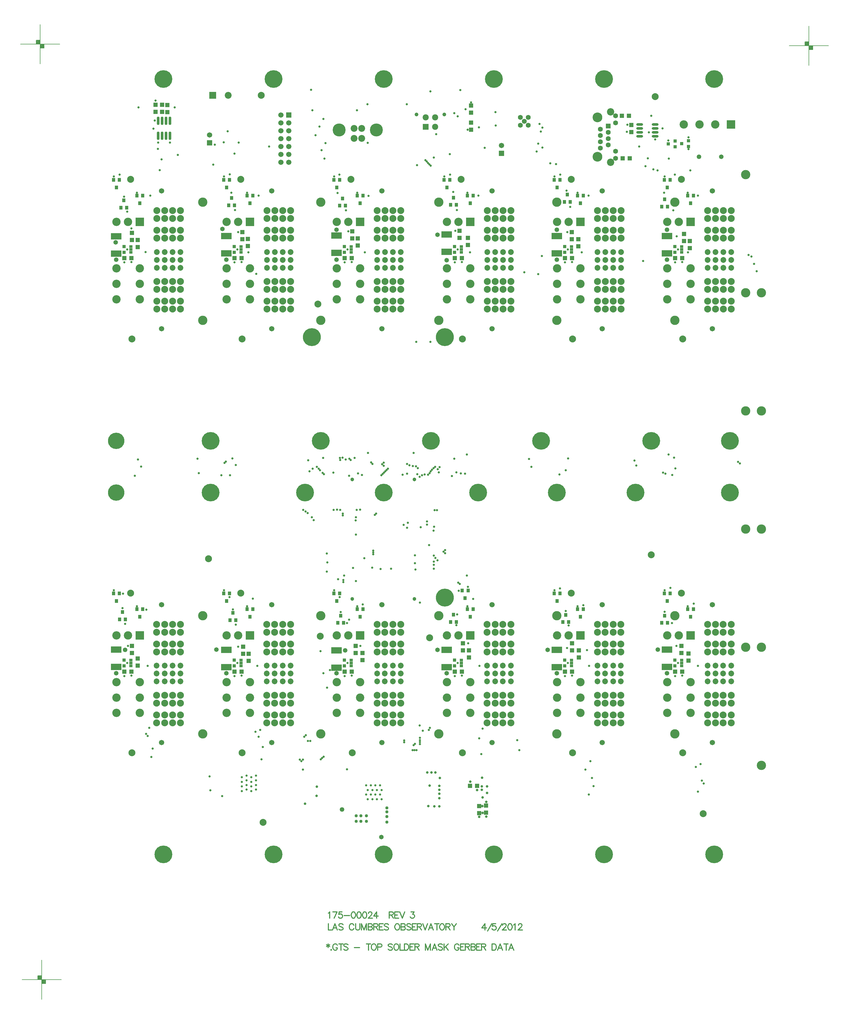
<source format=gts>
%FSLAX23Y23*%
%MOIN*%
G70*
G01*
G75*
G04 Layer_Color=8388736*
%ADD10R,0.035X0.037*%
%ADD11R,0.035X0.037*%
%ADD12O,0.079X0.024*%
%ADD13R,0.036X0.028*%
%ADD14R,0.036X0.036*%
%ADD15R,0.050X0.050*%
%ADD16O,0.028X0.098*%
%ADD17R,0.126X0.071*%
%ADD18R,0.050X0.050*%
%ADD19C,0.010*%
%ADD20C,0.050*%
%ADD21C,0.008*%
%ADD22C,0.005*%
%ADD23C,0.012*%
%ADD24C,0.006*%
%ADD25C,0.012*%
%ADD26C,0.012*%
%ADD27C,0.020*%
%ADD28R,0.079X0.079*%
%ADD29C,0.079*%
%ADD30C,0.157*%
%ADD31C,0.039*%
%ADD32C,0.220*%
%ADD33C,0.085*%
%ADD34C,0.055*%
%ADD35C,0.116*%
%ADD36R,0.055X0.055*%
%ADD37R,0.098X0.098*%
%ADD38C,0.098*%
%ADD39C,0.059*%
%ADD40C,0.080*%
%ADD41C,0.065*%
%ADD42C,0.055*%
%ADD43R,0.098X0.098*%
%ADD44R,0.059X0.059*%
%ADD45R,0.070X0.070*%
%ADD46C,0.070*%
%ADD47C,0.040*%
%ADD48C,0.110*%
%ADD49C,0.217*%
%ADD50C,0.200*%
%ADD51C,0.026*%
%ADD52C,0.050*%
%ADD53C,0.024*%
%ADD54C,0.032*%
%ADD55C,0.025*%
%ADD56C,0.040*%
%ADD57C,0.087*%
%ADD58C,0.076*%
%ADD59C,0.131*%
%ADD60C,0.080*%
%ADD61C,0.206*%
%ADD62C,0.102*%
%ADD63C,0.075*%
%ADD64C,0.168*%
%ADD65C,0.091*%
%ADD66C,0.138*%
%ADD67C,0.092*%
G04:AMPARAMS|DCode=68|XSize=100mil|YSize=100mil|CornerRadius=0mil|HoleSize=0mil|Usage=FLASHONLY|Rotation=0.000|XOffset=0mil|YOffset=0mil|HoleType=Round|Shape=Relief|Width=10mil|Gap=10mil|Entries=4|*
%AMTHD68*
7,0,0,0.100,0.080,0.010,45*
%
%ADD68THD68*%
%ADD69C,0.073*%
%ADD70C,0.099*%
%ADD71C,0.075*%
%ADD72C,0.168*%
G04:AMPARAMS|DCode=73|XSize=70mil|YSize=70mil|CornerRadius=0mil|HoleSize=0mil|Usage=FLASHONLY|Rotation=0.000|XOffset=0mil|YOffset=0mil|HoleType=Round|Shape=Relief|Width=10mil|Gap=10mil|Entries=4|*
%AMTHD73*
7,0,0,0.070,0.050,0.010,45*
%
%ADD73THD73*%
%ADD74C,0.053*%
%ADD75C,0.068*%
%ADD76C,0.060*%
G04:AMPARAMS|DCode=77|XSize=107.244mil|YSize=107.244mil|CornerRadius=0mil|HoleSize=0mil|Usage=FLASHONLY|Rotation=0.000|XOffset=0mil|YOffset=0mil|HoleType=Round|Shape=Relief|Width=30mil|Gap=10mil|Entries=4|*
%AMTHD77*
7,0,0,0.107,0.087,0.030,45*
%
%ADD77THD77*%
G04:AMPARAMS|DCode=78|XSize=111.181mil|YSize=111.181mil|CornerRadius=0mil|HoleSize=0mil|Usage=FLASHONLY|Rotation=0.000|XOffset=0mil|YOffset=0mil|HoleType=Round|Shape=Relief|Width=30mil|Gap=10mil|Entries=4|*
%AMTHD78*
7,0,0,0.111,0.091,0.030,45*
%
%ADD78THD78*%
G04:AMPARAMS|DCode=79|XSize=112mil|YSize=112mil|CornerRadius=0mil|HoleSize=0mil|Usage=FLASHONLY|Rotation=0.000|XOffset=0mil|YOffset=0mil|HoleType=Round|Shape=Relief|Width=30mil|Gap=10mil|Entries=4|*
%AMTHD79*
7,0,0,0.112,0.092,0.030,45*
%
%ADD79THD79*%
G04:AMPARAMS|DCode=80|XSize=119.055mil|YSize=119.055mil|CornerRadius=0mil|HoleSize=0mil|Usage=FLASHONLY|Rotation=0.000|XOffset=0mil|YOffset=0mil|HoleType=Round|Shape=Relief|Width=30mil|Gap=10mil|Entries=4|*
%AMTHD80*
7,0,0,0.119,0.099,0.030,45*
%
%ADD80THD80*%
G04:AMPARAMS|DCode=81|XSize=100mil|YSize=100mil|CornerRadius=0mil|HoleSize=0mil|Usage=FLASHONLY|Rotation=0.000|XOffset=0mil|YOffset=0mil|HoleType=Round|Shape=Relief|Width=30mil|Gap=10mil|Entries=4|*
%AMTHD81*
7,0,0,0.100,0.080,0.030,45*
%
%ADD81THD81*%
G04:AMPARAMS|DCode=82|XSize=130mil|YSize=130mil|CornerRadius=0mil|HoleSize=0mil|Usage=FLASHONLY|Rotation=0.000|XOffset=0mil|YOffset=0mil|HoleType=Round|Shape=Relief|Width=30mil|Gap=10mil|Entries=4|*
%AMTHD82*
7,0,0,0.130,0.110,0.030,45*
%
%ADD82THD82*%
G04:AMPARAMS|DCode=83|XSize=88mil|YSize=88mil|CornerRadius=0mil|HoleSize=0mil|Usage=FLASHONLY|Rotation=0.000|XOffset=0mil|YOffset=0mil|HoleType=Round|Shape=Relief|Width=30mil|Gap=10mil|Entries=4|*
%AMTHD83*
7,0,0,0.088,0.068,0.030,45*
%
%ADD83THD83*%
G04:AMPARAMS|DCode=84|XSize=70mil|YSize=70mil|CornerRadius=0mil|HoleSize=0mil|Usage=FLASHONLY|Rotation=0.000|XOffset=0mil|YOffset=0mil|HoleType=Round|Shape=Relief|Width=30mil|Gap=10mil|Entries=4|*
%AMTHD84*
7,0,0,0.070,0.050,0.030,45*
%
%ADD84THD84*%
G04:AMPARAMS|DCode=85|XSize=80mil|YSize=80mil|CornerRadius=0mil|HoleSize=0mil|Usage=FLASHONLY|Rotation=0.000|XOffset=0mil|YOffset=0mil|HoleType=Round|Shape=Relief|Width=30mil|Gap=10mil|Entries=4|*
%AMTHD85*
7,0,0,0.080,0.060,0.030,45*
%
%ADD85THD85*%
G04:AMPARAMS|DCode=86|XSize=80mil|YSize=80mil|CornerRadius=0mil|HoleSize=0mil|Usage=FLASHONLY|Rotation=0.000|XOffset=0mil|YOffset=0mil|HoleType=Round|Shape=Relief|Width=10mil|Gap=10mil|Entries=4|*
%AMTHD86*
7,0,0,0.080,0.060,0.010,45*
%
%ADD86THD86*%
G04:AMPARAMS|DCode=87|XSize=96.221mil|YSize=96.221mil|CornerRadius=0mil|HoleSize=0mil|Usage=FLASHONLY|Rotation=0.000|XOffset=0mil|YOffset=0mil|HoleType=Round|Shape=Relief|Width=10mil|Gap=10mil|Entries=4|*
%AMTHD87*
7,0,0,0.096,0.076,0.010,45*
%
%ADD87THD87*%
G04:AMPARAMS|DCode=88|XSize=150.551mil|YSize=150.551mil|CornerRadius=0mil|HoleSize=0mil|Usage=FLASHONLY|Rotation=0.000|XOffset=0mil|YOffset=0mil|HoleType=Round|Shape=Relief|Width=10mil|Gap=10mil|Entries=4|*
%AMTHD88*
7,0,0,0.151,0.131,0.010,45*
%
%ADD88THD88*%
G04:AMPARAMS|DCode=89|XSize=122mil|YSize=122mil|CornerRadius=0mil|HoleSize=0mil|Usage=FLASHONLY|Rotation=0.000|XOffset=0mil|YOffset=0mil|HoleType=Round|Shape=Relief|Width=10mil|Gap=10mil|Entries=4|*
%AMTHD89*
7,0,0,0.122,0.102,0.010,45*
%
%ADD89THD89*%
G04:AMPARAMS|DCode=90|XSize=95mil|YSize=95mil|CornerRadius=0mil|HoleSize=0mil|Usage=FLASHONLY|Rotation=0.000|XOffset=0mil|YOffset=0mil|HoleType=Round|Shape=Relief|Width=10mil|Gap=10mil|Entries=4|*
%AMTHD90*
7,0,0,0.095,0.075,0.010,45*
%
%ADD90THD90*%
G04:AMPARAMS|DCode=91|XSize=112mil|YSize=112mil|CornerRadius=0mil|HoleSize=0mil|Usage=FLASHONLY|Rotation=0.000|XOffset=0mil|YOffset=0mil|HoleType=Round|Shape=Relief|Width=10mil|Gap=10mil|Entries=4|*
%AMTHD91*
7,0,0,0.112,0.092,0.010,45*
%
%ADD91THD91*%
G04:AMPARAMS|DCode=92|XSize=93.465mil|YSize=93.465mil|CornerRadius=0mil|HoleSize=0mil|Usage=FLASHONLY|Rotation=0.000|XOffset=0mil|YOffset=0mil|HoleType=Round|Shape=Relief|Width=10mil|Gap=10mil|Entries=4|*
%AMTHD92*
7,0,0,0.093,0.073,0.010,45*
%
%ADD92THD92*%
G04:AMPARAMS|DCode=93|XSize=95.433mil|YSize=95.433mil|CornerRadius=0mil|HoleSize=0mil|Usage=FLASHONLY|Rotation=0.000|XOffset=0mil|YOffset=0mil|HoleType=Round|Shape=Relief|Width=10mil|Gap=10mil|Entries=4|*
%AMTHD93*
7,0,0,0.095,0.075,0.010,45*
%
%ADD93THD93*%
G04:AMPARAMS|DCode=94|XSize=72.992mil|YSize=72.992mil|CornerRadius=0mil|HoleSize=0mil|Usage=FLASHONLY|Rotation=0.000|XOffset=0mil|YOffset=0mil|HoleType=Round|Shape=Relief|Width=10mil|Gap=10mil|Entries=4|*
%AMTHD94*
7,0,0,0.073,0.053,0.010,45*
%
%ADD94THD94*%
G04:AMPARAMS|DCode=95|XSize=88mil|YSize=88mil|CornerRadius=0mil|HoleSize=0mil|Usage=FLASHONLY|Rotation=0.000|XOffset=0mil|YOffset=0mil|HoleType=Round|Shape=Relief|Width=10mil|Gap=10mil|Entries=4|*
%AMTHD95*
7,0,0,0.088,0.068,0.010,45*
%
%ADD95THD95*%
G04:AMPARAMS|DCode=96|XSize=85mil|YSize=85mil|CornerRadius=0mil|HoleSize=0mil|Usage=FLASHONLY|Rotation=0.000|XOffset=0mil|YOffset=0mil|HoleType=Round|Shape=Relief|Width=10mil|Gap=10mil|Entries=4|*
%AMTHD96*
7,0,0,0.085,0.065,0.010,45*
%
%ADD96THD96*%
%ADD97R,0.037X0.075*%
%ADD98R,0.268X0.272*%
%ADD99R,0.272X0.268*%
%ADD100R,0.075X0.037*%
%ADD101R,0.025X0.100*%
%ADD102R,0.057X0.012*%
%ADD103R,0.025X0.185*%
%ADD104R,0.020X0.020*%
%ADD105R,0.016X0.020*%
%ADD106R,0.070X0.135*%
%ADD107R,0.078X0.048*%
%ADD108R,0.075X0.063*%
%ADD109R,0.045X0.017*%
%ADD110R,0.059X0.087*%
%ADD111R,0.126X0.060*%
%ADD112O,0.010X0.024*%
%ADD113R,0.094X0.065*%
%ADD114R,0.039X0.059*%
%ADD115R,0.040X0.067*%
%ADD116R,0.059X0.051*%
%ADD117R,0.070X0.025*%
%ADD118O,0.098X0.028*%
%ADD119R,0.051X0.059*%
%ADD120R,0.063X0.075*%
%ADD121C,0.020*%
%ADD122C,0.030*%
%ADD123C,0.010*%
%ADD124C,0.010*%
%ADD125C,0.008*%
%ADD126C,0.007*%
%ADD127R,0.384X0.322*%
%ADD128R,0.043X0.045*%
%ADD129R,0.043X0.045*%
%ADD130O,0.087X0.032*%
%ADD131R,0.044X0.036*%
%ADD132R,0.044X0.044*%
%ADD133R,0.058X0.058*%
%ADD134O,0.036X0.106*%
%ADD135R,0.134X0.079*%
%ADD136R,0.058X0.058*%
%ADD137C,0.028*%
%ADD138R,0.087X0.087*%
%ADD139C,0.087*%
%ADD140C,0.165*%
%ADD141C,0.047*%
%ADD142C,0.228*%
%ADD143C,0.093*%
%ADD144C,0.063*%
%ADD145C,0.124*%
%ADD146R,0.063X0.063*%
%ADD147R,0.106X0.106*%
%ADD148C,0.106*%
%ADD149C,0.067*%
%ADD150C,0.088*%
%ADD151C,0.073*%
%ADD152C,0.063*%
%ADD153R,0.106X0.106*%
%ADD154R,0.067X0.067*%
%ADD155R,0.078X0.078*%
%ADD156C,0.078*%
%ADD157C,0.048*%
%ADD158C,0.118*%
%ADD159C,0.225*%
%ADD160C,0.208*%
%ADD161C,0.058*%
D21*
X28515Y16484D02*
X28525D01*
Y16479D02*
Y16489D01*
X28515D02*
X28525D01*
X28515Y16479D02*
Y16489D01*
Y16479D02*
X28525D01*
X28530D02*
Y16494D01*
X28510D02*
X28530D01*
X28510Y16474D02*
Y16494D01*
Y16474D02*
X28530D01*
X28535D02*
Y16499D01*
X28505D02*
X28535D01*
X28505Y16469D02*
Y16499D01*
Y16469D02*
X28535D01*
X28540Y16464D02*
Y16504D01*
X28500D02*
X28540D01*
X28500Y16464D02*
Y16504D01*
Y16464D02*
X28540D01*
X28465Y16534D02*
X28475D01*
Y16529D02*
Y16539D01*
X28465D02*
X28475D01*
X28465Y16529D02*
Y16539D01*
Y16529D02*
X28475D01*
X28480D02*
Y16544D01*
X28460D02*
X28480D01*
X28460Y16524D02*
Y16544D01*
Y16524D02*
X28480D01*
X28485D02*
Y16549D01*
X28455D02*
X28485D01*
X28455Y16519D02*
Y16549D01*
Y16519D02*
X28485D01*
X28490Y16514D02*
Y16554D01*
X28450D02*
X28490D01*
X28450Y16514D02*
Y16554D01*
Y16514D02*
X28490D01*
X28445Y16559D02*
X28495D01*
X28445Y16509D02*
Y16559D01*
X28495Y16459D02*
X28545D01*
Y16509D01*
X28495Y16259D02*
Y16759D01*
X28245Y16509D02*
X28745D01*
X28495Y28359D02*
X28505D01*
Y28354D02*
Y28364D01*
X28495D02*
X28505D01*
X28495Y28354D02*
Y28364D01*
Y28354D02*
X28505D01*
X28510D02*
Y28369D01*
X28490D02*
X28510D01*
X28490Y28349D02*
Y28369D01*
Y28349D02*
X28510D01*
X28515D02*
Y28374D01*
X28485D02*
X28515D01*
X28485Y28344D02*
Y28374D01*
Y28344D02*
X28515D01*
X28520Y28339D02*
Y28379D01*
X28480D02*
X28520D01*
X28480Y28339D02*
Y28379D01*
Y28339D02*
X28520D01*
X28445Y28409D02*
X28455D01*
Y28404D02*
Y28414D01*
X28445D02*
X28455D01*
X28445Y28404D02*
Y28414D01*
Y28404D02*
X28455D01*
X28460D02*
Y28419D01*
X28440D02*
X28460D01*
X28440Y28399D02*
Y28419D01*
Y28399D02*
X28460D01*
X28465D02*
Y28424D01*
X28435D02*
X28465D01*
X28435Y28394D02*
Y28424D01*
Y28394D02*
X28465D01*
X28470Y28389D02*
Y28429D01*
X28430D02*
X28470D01*
X28430Y28389D02*
Y28429D01*
Y28389D02*
X28470D01*
X28425Y28434D02*
X28475D01*
X28425Y28384D02*
Y28434D01*
X28475Y28334D02*
X28525D01*
Y28384D01*
X28475Y28134D02*
Y28634D01*
X28225Y28384D02*
X28725D01*
X38265Y28339D02*
X38275D01*
Y28334D02*
Y28344D01*
X38265D02*
X38275D01*
X38265Y28334D02*
Y28344D01*
Y28334D02*
X38275D01*
X38280D02*
Y28349D01*
X38260D02*
X38280D01*
X38260Y28329D02*
Y28349D01*
Y28329D02*
X38280D01*
X38285D02*
Y28354D01*
X38255D02*
X38285D01*
X38255Y28324D02*
Y28354D01*
Y28324D02*
X38285D01*
X38290Y28319D02*
Y28359D01*
X38250D02*
X38290D01*
X38250Y28319D02*
Y28359D01*
Y28319D02*
X38290D01*
X38215Y28389D02*
X38225D01*
Y28384D02*
Y28394D01*
X38215D02*
X38225D01*
X38215Y28384D02*
Y28394D01*
Y28384D02*
X38225D01*
X38230D02*
Y28399D01*
X38210D02*
X38230D01*
X38210Y28379D02*
Y28399D01*
Y28379D02*
X38230D01*
X38235D02*
Y28404D01*
X38205D02*
X38235D01*
X38205Y28374D02*
Y28404D01*
Y28374D02*
X38235D01*
X38240Y28369D02*
Y28409D01*
X38200D02*
X38240D01*
X38200Y28369D02*
Y28409D01*
Y28369D02*
X38240D01*
X38195Y28414D02*
X38245D01*
X38195Y28364D02*
Y28414D01*
X38245Y28314D02*
X38295D01*
Y28364D01*
X38245Y28114D02*
Y28614D01*
X37995Y28364D02*
X38495D01*
D23*
X32136Y17353D02*
X32144Y17357D01*
X32155Y17369D01*
Y17289D01*
X32248Y17369D02*
X32210Y17289D01*
X32195Y17369D02*
X32248D01*
X32312D02*
X32274D01*
X32270Y17334D01*
X32274Y17338D01*
X32285Y17342D01*
X32296D01*
X32308Y17338D01*
X32315Y17330D01*
X32319Y17319D01*
Y17311D01*
X32315Y17300D01*
X32308Y17292D01*
X32296Y17289D01*
X32285D01*
X32274Y17292D01*
X32270Y17296D01*
X32266Y17304D01*
X32337Y17323D02*
X32406D01*
X32452Y17369D02*
X32441Y17365D01*
X32433Y17353D01*
X32429Y17334D01*
Y17323D01*
X32433Y17304D01*
X32441Y17292D01*
X32452Y17289D01*
X32460D01*
X32471Y17292D01*
X32479Y17304D01*
X32483Y17323D01*
Y17334D01*
X32479Y17353D01*
X32471Y17365D01*
X32460Y17369D01*
X32452D01*
X32523D02*
X32512Y17365D01*
X32504Y17353D01*
X32501Y17334D01*
Y17323D01*
X32504Y17304D01*
X32512Y17292D01*
X32523Y17289D01*
X32531D01*
X32542Y17292D01*
X32550Y17304D01*
X32554Y17323D01*
Y17334D01*
X32550Y17353D01*
X32542Y17365D01*
X32531Y17369D01*
X32523D01*
X32595D02*
X32583Y17365D01*
X32576Y17353D01*
X32572Y17334D01*
Y17323D01*
X32576Y17304D01*
X32583Y17292D01*
X32595Y17289D01*
X32602D01*
X32614Y17292D01*
X32621Y17304D01*
X32625Y17323D01*
Y17334D01*
X32621Y17353D01*
X32614Y17365D01*
X32602Y17369D01*
X32595D01*
X32647Y17350D02*
Y17353D01*
X32651Y17361D01*
X32654Y17365D01*
X32662Y17369D01*
X32677D01*
X32685Y17365D01*
X32689Y17361D01*
X32692Y17353D01*
Y17346D01*
X32689Y17338D01*
X32681Y17327D01*
X32643Y17289D01*
X32696D01*
X32752Y17369D02*
X32714Y17315D01*
X32771D01*
X32752Y17369D02*
Y17289D01*
X32911Y17369D02*
Y17289D01*
Y17369D02*
X32945D01*
X32957Y17365D01*
X32961Y17361D01*
X32964Y17353D01*
Y17346D01*
X32961Y17338D01*
X32957Y17334D01*
X32945Y17330D01*
X32911D01*
X32938D02*
X32964Y17289D01*
X33032Y17369D02*
X32982D01*
Y17289D01*
X33032D01*
X32982Y17330D02*
X33013D01*
X33045Y17369D02*
X33076Y17289D01*
X33106Y17369D02*
X33076Y17289D01*
X33187Y17369D02*
X33229D01*
X33206Y17338D01*
X33217D01*
X33225Y17334D01*
X33229Y17330D01*
X33233Y17319D01*
Y17311D01*
X33229Y17300D01*
X33221Y17292D01*
X33210Y17289D01*
X33198D01*
X33187Y17292D01*
X33183Y17296D01*
X33179Y17304D01*
D25*
X32134Y16963D02*
Y16917D01*
X32115Y16952D02*
X32153Y16929D01*
Y16952D02*
X32115Y16929D01*
X32173Y16891D02*
X32169Y16887D01*
X32173Y16883D01*
X32177Y16887D01*
X32173Y16891D01*
X32252Y16944D02*
X32248Y16952D01*
X32240Y16959D01*
X32233Y16963D01*
X32217D01*
X32210Y16959D01*
X32202Y16952D01*
X32198Y16944D01*
X32195Y16933D01*
Y16913D01*
X32198Y16902D01*
X32202Y16894D01*
X32210Y16887D01*
X32217Y16883D01*
X32233D01*
X32240Y16887D01*
X32248Y16894D01*
X32252Y16902D01*
Y16913D01*
X32233D02*
X32252D01*
X32297Y16963D02*
Y16883D01*
X32270Y16963D02*
X32323D01*
X32386Y16952D02*
X32379Y16959D01*
X32367Y16963D01*
X32352D01*
X32340Y16959D01*
X32333Y16952D01*
Y16944D01*
X32337Y16936D01*
X32340Y16933D01*
X32348Y16929D01*
X32371Y16921D01*
X32379Y16917D01*
X32382Y16913D01*
X32386Y16906D01*
Y16894D01*
X32379Y16887D01*
X32367Y16883D01*
X32352D01*
X32340Y16887D01*
X32333Y16894D01*
X32467Y16917D02*
X32535D01*
X32649Y16963D02*
Y16883D01*
X32622Y16963D02*
X32675D01*
X32708D02*
X32700Y16959D01*
X32692Y16952D01*
X32689Y16944D01*
X32685Y16933D01*
Y16913D01*
X32689Y16902D01*
X32692Y16894D01*
X32700Y16887D01*
X32708Y16883D01*
X32723D01*
X32730Y16887D01*
X32738Y16894D01*
X32742Y16902D01*
X32746Y16913D01*
Y16933D01*
X32742Y16944D01*
X32738Y16952D01*
X32730Y16959D01*
X32723Y16963D01*
X32708D01*
X32764Y16921D02*
X32799D01*
X32810Y16925D01*
X32814Y16929D01*
X32818Y16936D01*
Y16948D01*
X32814Y16955D01*
X32810Y16959D01*
X32799Y16963D01*
X32764D01*
Y16883D01*
X32952Y16952D02*
X32944Y16959D01*
X32933Y16963D01*
X32917D01*
X32906Y16959D01*
X32898Y16952D01*
Y16944D01*
X32902Y16936D01*
X32906Y16933D01*
X32914Y16929D01*
X32937Y16921D01*
X32944Y16917D01*
X32948Y16913D01*
X32952Y16906D01*
Y16894D01*
X32944Y16887D01*
X32933Y16883D01*
X32917D01*
X32906Y16887D01*
X32898Y16894D01*
X32993Y16963D02*
X32985Y16959D01*
X32977Y16952D01*
X32973Y16944D01*
X32970Y16933D01*
Y16913D01*
X32973Y16902D01*
X32977Y16894D01*
X32985Y16887D01*
X32993Y16883D01*
X33008D01*
X33015Y16887D01*
X33023Y16894D01*
X33027Y16902D01*
X33031Y16913D01*
Y16933D01*
X33027Y16944D01*
X33023Y16952D01*
X33015Y16959D01*
X33008Y16963D01*
X32993D01*
X33049D02*
Y16883D01*
X33095D01*
X33104Y16963D02*
Y16883D01*
Y16963D02*
X33130D01*
X33142Y16959D01*
X33149Y16952D01*
X33153Y16944D01*
X33157Y16933D01*
Y16913D01*
X33153Y16902D01*
X33149Y16894D01*
X33142Y16887D01*
X33130Y16883D01*
X33104D01*
X33224Y16963D02*
X33175D01*
Y16883D01*
X33224D01*
X33175Y16925D02*
X33205D01*
X33238Y16963D02*
Y16883D01*
Y16963D02*
X33272D01*
X33284Y16959D01*
X33287Y16955D01*
X33291Y16948D01*
Y16940D01*
X33287Y16933D01*
X33284Y16929D01*
X33272Y16925D01*
X33238D01*
X33264D02*
X33291Y16883D01*
X33372Y16963D02*
Y16883D01*
Y16963D02*
X33402Y16883D01*
X33433Y16963D02*
X33402Y16883D01*
X33433Y16963D02*
Y16883D01*
X33517D02*
X33486Y16963D01*
X33456Y16883D01*
X33467Y16910D02*
X33505D01*
X33589Y16952D02*
X33581Y16959D01*
X33570Y16963D01*
X33554D01*
X33543Y16959D01*
X33535Y16952D01*
Y16944D01*
X33539Y16936D01*
X33543Y16933D01*
X33551Y16929D01*
X33573Y16921D01*
X33581Y16917D01*
X33585Y16913D01*
X33589Y16906D01*
Y16894D01*
X33581Y16887D01*
X33570Y16883D01*
X33554D01*
X33543Y16887D01*
X33535Y16894D01*
X33606Y16963D02*
Y16883D01*
X33660Y16963D02*
X33606Y16910D01*
X33626Y16929D02*
X33660Y16883D01*
X33798Y16944D02*
X33794Y16952D01*
X33786Y16959D01*
X33779Y16963D01*
X33763D01*
X33756Y16959D01*
X33748Y16952D01*
X33744Y16944D01*
X33741Y16933D01*
Y16913D01*
X33744Y16902D01*
X33748Y16894D01*
X33756Y16887D01*
X33763Y16883D01*
X33779D01*
X33786Y16887D01*
X33794Y16894D01*
X33798Y16902D01*
Y16913D01*
X33779D02*
X33798D01*
X33865Y16963D02*
X33816D01*
Y16883D01*
X33865D01*
X33816Y16925D02*
X33846D01*
X33879Y16963D02*
Y16883D01*
Y16963D02*
X33913D01*
X33925Y16959D01*
X33928Y16955D01*
X33932Y16948D01*
Y16940D01*
X33928Y16933D01*
X33925Y16929D01*
X33913Y16925D01*
X33879D01*
X33905D02*
X33932Y16883D01*
X33950Y16963D02*
Y16883D01*
Y16963D02*
X33984D01*
X33996Y16959D01*
X34000Y16955D01*
X34003Y16948D01*
Y16940D01*
X34000Y16933D01*
X33996Y16929D01*
X33984Y16925D01*
X33950D02*
X33984D01*
X33996Y16921D01*
X34000Y16917D01*
X34003Y16910D01*
Y16898D01*
X34000Y16891D01*
X33996Y16887D01*
X33984Y16883D01*
X33950D01*
X34071Y16963D02*
X34021D01*
Y16883D01*
X34071D01*
X34021Y16925D02*
X34052D01*
X34084Y16963D02*
Y16883D01*
Y16963D02*
X34118D01*
X34130Y16959D01*
X34134Y16955D01*
X34137Y16948D01*
Y16940D01*
X34134Y16933D01*
X34130Y16929D01*
X34118Y16925D01*
X34084D01*
X34111D02*
X34137Y16883D01*
X34218Y16963D02*
Y16883D01*
Y16963D02*
X34245D01*
X34256Y16959D01*
X34264Y16952D01*
X34268Y16944D01*
X34271Y16933D01*
Y16913D01*
X34268Y16902D01*
X34264Y16894D01*
X34256Y16887D01*
X34245Y16883D01*
X34218D01*
X34350D02*
X34320Y16963D01*
X34289Y16883D01*
X34301Y16910D02*
X34339D01*
X34396Y16963D02*
Y16883D01*
X34369Y16963D02*
X34422D01*
X34493Y16883D02*
X34462Y16963D01*
X34432Y16883D01*
X34443Y16910D02*
X34481D01*
D26*
X32136Y17219D02*
Y17139D01*
X32182D01*
X32251D02*
X32221Y17219D01*
X32190Y17139D01*
X32202Y17165D02*
X32240D01*
X32323Y17207D02*
X32316Y17215D01*
X32304Y17219D01*
X32289D01*
X32278Y17215D01*
X32270Y17207D01*
Y17200D01*
X32274Y17192D01*
X32278Y17188D01*
X32285Y17184D01*
X32308Y17177D01*
X32316Y17173D01*
X32320Y17169D01*
X32323Y17161D01*
Y17150D01*
X32316Y17142D01*
X32304Y17139D01*
X32289D01*
X32278Y17142D01*
X32270Y17150D01*
X32461Y17200D02*
X32457Y17207D01*
X32450Y17215D01*
X32442Y17219D01*
X32427D01*
X32419Y17215D01*
X32412Y17207D01*
X32408Y17200D01*
X32404Y17188D01*
Y17169D01*
X32408Y17158D01*
X32412Y17150D01*
X32419Y17142D01*
X32427Y17139D01*
X32442D01*
X32450Y17142D01*
X32457Y17150D01*
X32461Y17158D01*
X32484Y17219D02*
Y17161D01*
X32488Y17150D01*
X32495Y17142D01*
X32507Y17139D01*
X32514D01*
X32526Y17142D01*
X32533Y17150D01*
X32537Y17161D01*
Y17219D01*
X32559D02*
Y17139D01*
Y17219D02*
X32590Y17139D01*
X32620Y17219D02*
X32590Y17139D01*
X32620Y17219D02*
Y17139D01*
X32643Y17219D02*
Y17139D01*
Y17219D02*
X32677D01*
X32689Y17215D01*
X32692Y17211D01*
X32696Y17203D01*
Y17196D01*
X32692Y17188D01*
X32689Y17184D01*
X32677Y17180D01*
X32643D02*
X32677D01*
X32689Y17177D01*
X32692Y17173D01*
X32696Y17165D01*
Y17154D01*
X32692Y17146D01*
X32689Y17142D01*
X32677Y17139D01*
X32643D01*
X32714Y17219D02*
Y17139D01*
Y17219D02*
X32748D01*
X32760Y17215D01*
X32764Y17211D01*
X32768Y17203D01*
Y17196D01*
X32764Y17188D01*
X32760Y17184D01*
X32748Y17180D01*
X32714D01*
X32741D02*
X32768Y17139D01*
X32835Y17219D02*
X32785D01*
Y17139D01*
X32835D01*
X32785Y17180D02*
X32816D01*
X32902Y17207D02*
X32894Y17215D01*
X32883Y17219D01*
X32867D01*
X32856Y17215D01*
X32848Y17207D01*
Y17200D01*
X32852Y17192D01*
X32856Y17188D01*
X32863Y17184D01*
X32886Y17177D01*
X32894Y17173D01*
X32898Y17169D01*
X32902Y17161D01*
Y17150D01*
X32894Y17142D01*
X32883Y17139D01*
X32867D01*
X32856Y17142D01*
X32848Y17150D01*
X33005Y17219D02*
X32998Y17215D01*
X32990Y17207D01*
X32986Y17200D01*
X32982Y17188D01*
Y17169D01*
X32986Y17158D01*
X32990Y17150D01*
X32998Y17142D01*
X33005Y17139D01*
X33020D01*
X33028Y17142D01*
X33036Y17150D01*
X33039Y17158D01*
X33043Y17169D01*
Y17188D01*
X33039Y17200D01*
X33036Y17207D01*
X33028Y17215D01*
X33020Y17219D01*
X33005D01*
X33062D02*
Y17139D01*
Y17219D02*
X33096D01*
X33108Y17215D01*
X33111Y17211D01*
X33115Y17203D01*
Y17196D01*
X33111Y17188D01*
X33108Y17184D01*
X33096Y17180D01*
X33062D02*
X33096D01*
X33108Y17177D01*
X33111Y17173D01*
X33115Y17165D01*
Y17154D01*
X33111Y17146D01*
X33108Y17142D01*
X33096Y17139D01*
X33062D01*
X33186Y17207D02*
X33179Y17215D01*
X33167Y17219D01*
X33152D01*
X33141Y17215D01*
X33133Y17207D01*
Y17200D01*
X33137Y17192D01*
X33141Y17188D01*
X33148Y17184D01*
X33171Y17177D01*
X33179Y17173D01*
X33183Y17169D01*
X33186Y17161D01*
Y17150D01*
X33179Y17142D01*
X33167Y17139D01*
X33152D01*
X33141Y17142D01*
X33133Y17150D01*
X33254Y17219D02*
X33204D01*
Y17139D01*
X33254D01*
X33204Y17180D02*
X33235D01*
X33267Y17219D02*
Y17139D01*
Y17219D02*
X33301D01*
X33313Y17215D01*
X33317Y17211D01*
X33321Y17203D01*
Y17196D01*
X33317Y17188D01*
X33313Y17184D01*
X33301Y17180D01*
X33267D01*
X33294D02*
X33321Y17139D01*
X33338Y17219D02*
X33369Y17139D01*
X33399Y17219D02*
X33369Y17139D01*
X33471D02*
X33440Y17219D01*
X33410Y17139D01*
X33421Y17165D02*
X33459D01*
X33516Y17219D02*
Y17139D01*
X33489Y17219D02*
X33543D01*
X33575D02*
X33567Y17215D01*
X33560Y17207D01*
X33556Y17200D01*
X33552Y17188D01*
Y17169D01*
X33556Y17158D01*
X33560Y17150D01*
X33567Y17142D01*
X33575Y17139D01*
X33590D01*
X33598Y17142D01*
X33605Y17150D01*
X33609Y17158D01*
X33613Y17169D01*
Y17188D01*
X33609Y17200D01*
X33605Y17207D01*
X33598Y17215D01*
X33590Y17219D01*
X33575D01*
X33632D02*
Y17139D01*
Y17219D02*
X33666D01*
X33677Y17215D01*
X33681Y17211D01*
X33685Y17203D01*
Y17196D01*
X33681Y17188D01*
X33677Y17184D01*
X33666Y17180D01*
X33632D01*
X33658D02*
X33685Y17139D01*
X33703Y17219D02*
X33733Y17180D01*
Y17139D01*
X33764Y17219D02*
X33733Y17180D01*
X34126Y17219D02*
X34088Y17165D01*
X34146D01*
X34126Y17219D02*
Y17139D01*
X34160Y17127D02*
X34213Y17219D01*
X34264D02*
X34226D01*
X34222Y17184D01*
X34226Y17188D01*
X34237Y17192D01*
X34249D01*
X34260Y17188D01*
X34268Y17180D01*
X34272Y17169D01*
Y17161D01*
X34268Y17150D01*
X34260Y17142D01*
X34249Y17139D01*
X34237D01*
X34226Y17142D01*
X34222Y17146D01*
X34218Y17154D01*
X34289Y17127D02*
X34343Y17219D01*
X34352Y17200D02*
Y17203D01*
X34356Y17211D01*
X34360Y17215D01*
X34367Y17219D01*
X34382D01*
X34390Y17215D01*
X34394Y17211D01*
X34398Y17203D01*
Y17196D01*
X34394Y17188D01*
X34386Y17177D01*
X34348Y17139D01*
X34401D01*
X34442Y17219D02*
X34431Y17215D01*
X34423Y17203D01*
X34419Y17184D01*
Y17173D01*
X34423Y17154D01*
X34431Y17142D01*
X34442Y17139D01*
X34450D01*
X34461Y17142D01*
X34469Y17154D01*
X34473Y17173D01*
Y17184D01*
X34469Y17203D01*
X34461Y17215D01*
X34450Y17219D01*
X34442D01*
X34491Y17203D02*
X34498Y17207D01*
X34510Y17219D01*
Y17139D01*
X34553Y17200D02*
Y17203D01*
X34557Y17211D01*
X34561Y17215D01*
X34568Y17219D01*
X34584D01*
X34591Y17215D01*
X34595Y17211D01*
X34599Y17203D01*
Y17196D01*
X34595Y17188D01*
X34587Y17177D01*
X34549Y17139D01*
X34603D01*
D47*
X32880Y18509D02*
D03*
Y18579D02*
D03*
Y18639D02*
D03*
Y18689D02*
D03*
X32620Y18589D02*
D03*
X32550D02*
D03*
X32490D02*
D03*
Y18519D02*
D03*
X32550D02*
D03*
X32620D02*
D03*
D54*
X34154Y18963D02*
D03*
Y18878D02*
D03*
X34089Y18963D02*
D03*
Y18918D02*
D03*
X34099Y18823D02*
D03*
X33499Y19138D02*
D03*
X33554Y19068D02*
D03*
X33549Y18968D02*
D03*
Y18918D02*
D03*
Y18868D02*
D03*
Y18813D02*
D03*
Y18708D02*
D03*
X33484D02*
D03*
X33409Y18713D02*
D03*
X33424Y18973D02*
D03*
X33449Y19138D02*
D03*
X33394D02*
D03*
X34026Y18917D02*
D03*
X33942Y19021D02*
D03*
X34093Y18711D02*
D03*
X34054Y18575D02*
D03*
X34097Y18624D02*
D03*
X34144Y18579D02*
D03*
X34143Y18765D02*
D03*
X34090Y19071D02*
D03*
X31840Y18742D02*
D03*
X31992Y18959D02*
D03*
X31989Y18841D02*
D03*
D128*
X29777Y26463D02*
D03*
X29740Y26365D02*
D03*
X36482Y21412D02*
D03*
X36445Y21314D02*
D03*
X35082Y21412D02*
D03*
X35045Y21314D02*
D03*
X33913Y21449D02*
D03*
X33875Y21351D02*
D03*
X32282Y21412D02*
D03*
X32245Y21314D02*
D03*
X30882Y21412D02*
D03*
X30845Y21314D02*
D03*
X29482Y21412D02*
D03*
X29445Y21314D02*
D03*
X36482Y26663D02*
D03*
X36445Y26565D02*
D03*
X35082Y26663D02*
D03*
X35045Y26565D02*
D03*
X33682Y26663D02*
D03*
X33645Y26565D02*
D03*
X32282Y26663D02*
D03*
X32245Y26565D02*
D03*
X30882Y26663D02*
D03*
X30845Y26565D02*
D03*
X29482Y26663D02*
D03*
X29445Y26565D02*
D03*
X36777Y21212D02*
D03*
X36740Y21114D02*
D03*
X35377Y21212D02*
D03*
X35340Y21114D02*
D03*
X33977Y21212D02*
D03*
X33940Y21114D02*
D03*
X32577Y21212D02*
D03*
X32540Y21114D02*
D03*
X31177Y21212D02*
D03*
X31140Y21114D02*
D03*
X29777Y21212D02*
D03*
X29740Y21114D02*
D03*
X36777Y26463D02*
D03*
X36740Y26365D02*
D03*
X35377Y26463D02*
D03*
X35340Y26365D02*
D03*
X33977Y26463D02*
D03*
X33940Y26365D02*
D03*
X32577Y26463D02*
D03*
X32540Y26365D02*
D03*
X31177Y26463D02*
D03*
X31140Y26365D02*
D03*
X29537Y26402D02*
D03*
X29500Y26309D02*
D03*
X30907Y26432D02*
D03*
X30870Y26339D02*
D03*
X32317Y26427D02*
D03*
X32280Y26334D02*
D03*
X33727Y26437D02*
D03*
X33690Y26344D02*
D03*
X35175Y26474D02*
D03*
X35138Y26381D02*
D03*
X36410Y26414D02*
D03*
X36373Y26321D02*
D03*
X29520Y21175D02*
D03*
X29483Y21083D02*
D03*
X30925Y21165D02*
D03*
X30888Y21073D02*
D03*
X32295Y21130D02*
D03*
X32258Y21038D02*
D03*
X33728Y21142D02*
D03*
X33690Y21049D02*
D03*
X35155Y21140D02*
D03*
X35118Y21048D02*
D03*
X36410Y21130D02*
D03*
X36373Y21038D02*
D03*
D129*
X29703Y26463D02*
D03*
X36408Y21412D02*
D03*
X35008D02*
D03*
X33838Y21449D02*
D03*
X32208Y21412D02*
D03*
X30808D02*
D03*
X29408D02*
D03*
X36408Y26663D02*
D03*
X35008D02*
D03*
X33608D02*
D03*
X32208D02*
D03*
X30808D02*
D03*
X29408D02*
D03*
X36703Y21212D02*
D03*
X35303D02*
D03*
X33903D02*
D03*
X32503D02*
D03*
X31103D02*
D03*
X29703D02*
D03*
X36703Y26463D02*
D03*
X35303D02*
D03*
X33903D02*
D03*
X32503D02*
D03*
X31103D02*
D03*
X29575Y26309D02*
D03*
X30945Y26339D02*
D03*
X32355Y26334D02*
D03*
X33765Y26344D02*
D03*
X35212Y26381D02*
D03*
X36447Y26321D02*
D03*
X29557Y21083D02*
D03*
X30962Y21073D02*
D03*
X32332Y21038D02*
D03*
X33765Y21049D02*
D03*
X35192Y21048D02*
D03*
X36447Y21038D02*
D03*
D130*
X36094Y27365D02*
D03*
Y27315D02*
D03*
Y27265D02*
D03*
Y27215D02*
D03*
X36290Y27365D02*
D03*
Y27315D02*
D03*
Y27265D02*
D03*
Y27215D02*
D03*
D131*
X29628Y25742D02*
D03*
Y25816D02*
D03*
Y25779D02*
D03*
X36628Y20491D02*
D03*
Y20565D02*
D03*
Y20528D02*
D03*
X35228Y20491D02*
D03*
Y20565D02*
D03*
Y20528D02*
D03*
X33828Y20491D02*
D03*
Y20565D02*
D03*
Y20528D02*
D03*
X32428Y20491D02*
D03*
Y20565D02*
D03*
Y20528D02*
D03*
X31028Y20491D02*
D03*
Y20565D02*
D03*
Y20528D02*
D03*
X29628Y20491D02*
D03*
Y20565D02*
D03*
Y20528D02*
D03*
X36628Y25742D02*
D03*
Y25816D02*
D03*
Y25779D02*
D03*
X35228Y25742D02*
D03*
Y25816D02*
D03*
Y25779D02*
D03*
X33828Y25742D02*
D03*
Y25816D02*
D03*
Y25779D02*
D03*
X32428Y25742D02*
D03*
Y25816D02*
D03*
Y25779D02*
D03*
X31028Y25742D02*
D03*
Y25816D02*
D03*
Y25779D02*
D03*
D132*
X29542Y25742D02*
D03*
Y25816D02*
D03*
X36544Y27083D02*
D03*
X36458Y27120D02*
D03*
X36544Y27157D02*
D03*
X36542Y20491D02*
D03*
Y20565D02*
D03*
X35142Y20491D02*
D03*
Y20565D02*
D03*
X33742Y20491D02*
D03*
Y20565D02*
D03*
X32342Y20491D02*
D03*
Y20565D02*
D03*
X30942Y20491D02*
D03*
Y20565D02*
D03*
X29542Y20491D02*
D03*
Y20565D02*
D03*
X36542Y25742D02*
D03*
Y25816D02*
D03*
X35142Y25742D02*
D03*
Y25816D02*
D03*
X33742Y25742D02*
D03*
Y25816D02*
D03*
X32342Y25742D02*
D03*
Y25816D02*
D03*
X30942Y25742D02*
D03*
Y25816D02*
D03*
X36714Y27085D02*
D03*
X36628Y27122D02*
D03*
X36714Y27159D02*
D03*
D133*
X36715Y20650D02*
D03*
Y20560D02*
D03*
X33952Y27300D02*
D03*
Y27390D02*
D03*
X33951Y27604D02*
D03*
Y27514D02*
D03*
X34054Y18623D02*
D03*
Y18713D02*
D03*
X34142Y18718D02*
D03*
Y18628D02*
D03*
X30025Y27524D02*
D03*
Y27614D02*
D03*
X29940D02*
D03*
Y27524D02*
D03*
X30090Y27613D02*
D03*
Y27523D02*
D03*
X35986Y27270D02*
D03*
Y27360D02*
D03*
X29640Y25900D02*
D03*
Y25990D02*
D03*
X31045Y25910D02*
D03*
Y26000D02*
D03*
X32440Y25918D02*
D03*
Y26008D02*
D03*
X33805Y25925D02*
D03*
Y26015D02*
D03*
X35230Y25910D02*
D03*
Y26000D02*
D03*
X36658Y25886D02*
D03*
Y25976D02*
D03*
X29642Y20657D02*
D03*
Y20747D02*
D03*
X31055Y20645D02*
D03*
Y20735D02*
D03*
X32485Y20655D02*
D03*
Y20745D02*
D03*
X33849Y20689D02*
D03*
Y20779D02*
D03*
X35235Y20690D02*
D03*
Y20780D02*
D03*
X36625Y20655D02*
D03*
Y20745D02*
D03*
X29715Y25900D02*
D03*
Y25810D02*
D03*
X31114Y25911D02*
D03*
Y25821D02*
D03*
X32511Y25919D02*
D03*
Y25829D02*
D03*
X33910Y25925D02*
D03*
Y25835D02*
D03*
X35315Y25910D02*
D03*
Y25820D02*
D03*
X36730Y25887D02*
D03*
Y25797D02*
D03*
X29715Y20587D02*
D03*
Y20497D02*
D03*
X31125Y20645D02*
D03*
Y20555D02*
D03*
X32570Y20655D02*
D03*
Y20565D02*
D03*
X33923Y20689D02*
D03*
Y20599D02*
D03*
X35320Y20690D02*
D03*
Y20600D02*
D03*
D134*
X29975Y27221D02*
D03*
X30025D02*
D03*
X30075D02*
D03*
X30125D02*
D03*
X29975Y27413D02*
D03*
X30025D02*
D03*
X30075D02*
D03*
X30125D02*
D03*
D135*
X29440Y25945D02*
D03*
Y25725D02*
D03*
X36440Y20698D02*
D03*
Y20478D02*
D03*
X35040Y20695D02*
D03*
Y20475D02*
D03*
X33640Y20695D02*
D03*
Y20475D02*
D03*
X32240Y20690D02*
D03*
Y20470D02*
D03*
X30840Y20695D02*
D03*
Y20475D02*
D03*
X29440Y20698D02*
D03*
Y20478D02*
D03*
X36440Y25949D02*
D03*
Y25729D02*
D03*
X35040Y25950D02*
D03*
Y25730D02*
D03*
X33640Y25969D02*
D03*
Y25749D02*
D03*
X32240Y25955D02*
D03*
Y25735D02*
D03*
X30840Y25950D02*
D03*
Y25730D02*
D03*
D136*
X36545Y20418D02*
D03*
X36635D02*
D03*
X35145D02*
D03*
X35235D02*
D03*
X33745D02*
D03*
X33835D02*
D03*
X32345D02*
D03*
X32435D02*
D03*
X30945D02*
D03*
X31035D02*
D03*
X29545D02*
D03*
X29635D02*
D03*
X36545Y25669D02*
D03*
X36635D02*
D03*
X35145D02*
D03*
X35235D02*
D03*
X33745D02*
D03*
X33835D02*
D03*
X32345D02*
D03*
X32435D02*
D03*
X30945D02*
D03*
X31035D02*
D03*
X29545D02*
D03*
X29635D02*
D03*
X33939Y18968D02*
D03*
X34029D02*
D03*
X35879Y26937D02*
D03*
X35969D02*
D03*
X35866Y27477D02*
D03*
X35956D02*
D03*
D137*
X32814Y18799D02*
D03*
X32755D02*
D03*
X32696D02*
D03*
X32637D02*
D03*
X32617Y18858D02*
D03*
X32676D02*
D03*
X32735D02*
D03*
X32794D02*
D03*
X32814Y18917D02*
D03*
X32755D02*
D03*
X32696D02*
D03*
X32637D02*
D03*
X32617Y18976D02*
D03*
X32676D02*
D03*
X32735D02*
D03*
X32794D02*
D03*
X31216Y18921D02*
D03*
Y18980D02*
D03*
Y19039D02*
D03*
Y19098D02*
D03*
X31157Y19079D02*
D03*
Y19020D02*
D03*
Y18961D02*
D03*
Y18902D02*
D03*
X31098Y18921D02*
D03*
Y18980D02*
D03*
Y19039D02*
D03*
Y19098D02*
D03*
X31039Y19079D02*
D03*
Y19020D02*
D03*
Y18961D02*
D03*
Y18902D02*
D03*
X29995Y26784D02*
D03*
X29970Y27054D02*
D03*
X30990Y20735D02*
D03*
X32545Y20745D02*
D03*
X33915Y20780D02*
D03*
X35170Y20720D02*
D03*
X36560Y20745D02*
D03*
X36565Y25945D02*
D03*
X35175Y26000D02*
D03*
X33750Y26015D02*
D03*
X32390Y26010D02*
D03*
X30990Y26000D02*
D03*
X29635Y26045D02*
D03*
X29590Y20747D02*
D03*
X32038Y20679D02*
D03*
X29974Y27136D02*
D03*
X30125D02*
D03*
X29932Y27414D02*
D03*
X29940Y27668D02*
D03*
X29915Y27313D02*
D03*
X30019Y26922D02*
D03*
X30807Y27139D02*
D03*
X30857Y27280D02*
D03*
X30999Y27136D02*
D03*
X30693Y27108D02*
D03*
X30945Y26995D02*
D03*
X33506Y27243D02*
D03*
X33139Y23054D02*
D03*
X33210Y23028D02*
D03*
X33167Y23038D02*
D03*
X37366Y23063D02*
D03*
X31990Y23018D02*
D03*
X36051Y23037D02*
D03*
X32014Y22994D02*
D03*
X34716Y23019D02*
D03*
X32031Y22977D02*
D03*
X32840Y23072D02*
D03*
X32820Y23052D02*
D03*
X32840Y23032D02*
D03*
X32205Y22472D02*
D03*
X32248Y22474D02*
D03*
X32287Y22471D02*
D03*
X32542Y22476D02*
D03*
X33519Y22468D02*
D03*
X35073Y22921D02*
D03*
X33707Y22903D02*
D03*
X33404Y22920D02*
D03*
X33423Y22940D02*
D03*
X33439Y22961D02*
D03*
X33455Y22982D02*
D03*
X33475Y23001D02*
D03*
X33494Y23018D02*
D03*
X33328Y22911D02*
D03*
X33081Y22920D02*
D03*
X32402Y22907D02*
D03*
X31936Y22994D02*
D03*
X30778Y22913D02*
D03*
X32470Y23131D02*
D03*
X32288Y23106D02*
D03*
X32285Y23133D02*
D03*
X32318Y23134D02*
D03*
X32072Y23132D02*
D03*
X30919Y23125D02*
D03*
X29718Y23113D02*
D03*
X33137Y22931D02*
D03*
X33361Y22922D02*
D03*
X33873Y22933D02*
D03*
X33821Y22936D02*
D03*
X33094Y22282D02*
D03*
X33133Y27623D02*
D03*
X32633D02*
D03*
X32502Y27547D02*
D03*
X31933D02*
D03*
X34803Y25465D02*
D03*
X34850Y25695D02*
D03*
X31919Y27806D02*
D03*
X33815Y27801D02*
D03*
X33433Y27784D02*
D03*
X34627Y25488D02*
D03*
X37582Y25503D02*
D03*
X37549Y25597D02*
D03*
X37513Y25689D02*
D03*
X37479Y25709D02*
D03*
X31220Y25470D02*
D03*
X32122Y20216D02*
D03*
X32157Y20439D02*
D03*
X32073Y20399D02*
D03*
X32400Y21079D02*
D03*
X36807Y19210D02*
D03*
X36834Y18895D02*
D03*
Y20492D02*
D03*
X36868Y19245D02*
D03*
X36885Y19036D02*
D03*
X36908Y18999D02*
D03*
X35404Y19175D02*
D03*
X35423Y20691D02*
D03*
X35448Y18858D02*
D03*
X35451Y20491D02*
D03*
X35468Y19281D02*
D03*
X35489Y19069D02*
D03*
X35509Y18966D02*
D03*
X34054Y19572D02*
D03*
X34080Y19372D02*
D03*
X34056Y20492D02*
D03*
X34099Y19697D02*
D03*
X34564Y19422D02*
D03*
X34538Y19548D02*
D03*
X33296Y19735D02*
D03*
X33336Y19668D02*
D03*
X33301Y19579D02*
D03*
X33302Y19548D02*
D03*
Y19524D02*
D03*
Y19500D02*
D03*
X33208Y19421D02*
D03*
X31874Y22433D02*
D03*
X31814Y19302D02*
D03*
X31817Y22473D02*
D03*
X31774Y19302D02*
D03*
X32042Y19304D02*
D03*
X32059Y19321D02*
D03*
X32076Y19338D02*
D03*
X33256Y19421D02*
D03*
X33232D02*
D03*
X31212Y19657D02*
D03*
X31252Y19592D02*
D03*
X31235Y20491D02*
D03*
X31271Y19680D02*
D03*
X31287Y19304D02*
D03*
X31304Y19462D02*
D03*
X29821Y19629D02*
D03*
X29841Y19602D02*
D03*
X29840Y20492D02*
D03*
X29861Y19705D02*
D03*
X29888Y19334D02*
D03*
X29905Y19442D02*
D03*
X33101Y19545D02*
D03*
Y19521D02*
D03*
X31907Y19539D02*
D03*
X31879D02*
D03*
X32483Y22340D02*
D03*
X31952Y22341D02*
D03*
X31852Y19611D02*
D03*
X31928Y22379D02*
D03*
X32489D02*
D03*
X31832Y19591D02*
D03*
X31846Y22452D02*
D03*
X31794Y19282D02*
D03*
X32373Y19178D02*
D03*
X33221Y19484D02*
D03*
X33238Y19501D02*
D03*
X33414Y19680D02*
D03*
X33429Y19705D02*
D03*
X33498Y21861D02*
D03*
X32593Y21860D02*
D03*
X32452Y21737D02*
D03*
X32694Y21740D02*
D03*
X32934Y21725D02*
D03*
X32802Y21721D02*
D03*
X29678Y22907D02*
D03*
X29813Y25744D02*
D03*
X29757Y23023D02*
D03*
X30474Y23123D02*
D03*
X30491Y22939D02*
D03*
X32082Y22926D02*
D03*
X32895Y22996D02*
D03*
X30888Y22912D02*
D03*
X31122Y25741D02*
D03*
X30961Y23042D02*
D03*
X31882Y23103D02*
D03*
X31898Y22962D02*
D03*
X32065Y22943D02*
D03*
X32878Y22979D02*
D03*
X32200Y22946D02*
D03*
X32602Y25743D02*
D03*
X32515Y22934D02*
D03*
X33250Y23024D02*
D03*
X33274Y23002D02*
D03*
X32861Y22962D02*
D03*
X33739Y23123D02*
D03*
X33937Y25742D02*
D03*
X33763Y22950D02*
D03*
X34689Y23118D02*
D03*
X32844Y22945D02*
D03*
X35155Y22974D02*
D03*
X35183Y23124D02*
D03*
X32404Y23123D02*
D03*
X33528Y22988D02*
D03*
X35359Y25743D02*
D03*
X36028Y23099D02*
D03*
X32827Y22928D02*
D03*
X36508Y22914D02*
D03*
X36530Y23135D02*
D03*
X36549Y23000D02*
D03*
X36709Y25742D02*
D03*
X37345Y23081D02*
D03*
X32359Y23111D02*
D03*
X32421Y23106D02*
D03*
X32810Y22911D02*
D03*
X33540Y22950D02*
D03*
X33552Y23014D02*
D03*
X29723Y27582D02*
D03*
X33680Y26989D02*
D03*
X31815Y19176D02*
D03*
X32118Y21688D02*
D03*
X32123Y21805D02*
D03*
X32119Y21920D02*
D03*
X32260Y21591D02*
D03*
X35180Y25779D02*
D03*
X35145Y25614D02*
D03*
X35235Y25619D02*
D03*
X35010Y26704D02*
D03*
X35305Y26499D02*
D03*
X29580Y25779D02*
D03*
X29545Y25614D02*
D03*
X29635Y25619D02*
D03*
X29410Y26704D02*
D03*
X29705Y26499D02*
D03*
X30980Y25779D02*
D03*
X30945Y25614D02*
D03*
X31035Y25619D02*
D03*
X30810Y26704D02*
D03*
X31105Y26499D02*
D03*
X32380Y25779D02*
D03*
X32345Y25614D02*
D03*
X32435Y25619D02*
D03*
X32210Y26704D02*
D03*
X32505Y26499D02*
D03*
X33780Y25779D02*
D03*
X33745Y25614D02*
D03*
X33835Y25619D02*
D03*
X33610Y26704D02*
D03*
X33905Y26499D02*
D03*
X36580Y25779D02*
D03*
X36545Y25614D02*
D03*
X36635Y25619D02*
D03*
X36410Y26704D02*
D03*
X36705Y26499D02*
D03*
X29580Y20528D02*
D03*
X29545Y20363D02*
D03*
X29635Y20368D02*
D03*
X29410Y21453D02*
D03*
X29705Y21248D02*
D03*
X30980Y20528D02*
D03*
X30945Y20363D02*
D03*
X31035Y20368D02*
D03*
X30810Y21453D02*
D03*
X31105Y21248D02*
D03*
X32380Y20528D02*
D03*
X32345Y20363D02*
D03*
X32435Y20368D02*
D03*
X32210Y21453D02*
D03*
X32505Y21248D02*
D03*
X33780Y20528D02*
D03*
X33745Y20363D02*
D03*
X33835Y20368D02*
D03*
X33905Y21248D02*
D03*
X35180Y20528D02*
D03*
X35145Y20363D02*
D03*
X35235Y20368D02*
D03*
X35010Y21453D02*
D03*
X35305Y21248D02*
D03*
X36580Y20528D02*
D03*
X36545Y20363D02*
D03*
X36635Y20368D02*
D03*
X36410Y21453D02*
D03*
X36705Y21248D02*
D03*
X33794Y21445D02*
D03*
X32706Y21909D02*
D03*
X33404Y26877D02*
D03*
X33622Y21922D02*
D03*
X33387Y26894D02*
D03*
X33370Y26911D02*
D03*
X32706Y21933D02*
D03*
X33421Y26860D02*
D03*
X33602Y21942D02*
D03*
X32706Y21957D02*
D03*
X33438Y26843D02*
D03*
X33622Y21962D02*
D03*
X34820Y27372D02*
D03*
X34857Y27324D02*
D03*
X34838Y27274D02*
D03*
X34803Y27122D02*
D03*
X34856Y27072D02*
D03*
X34784Y27023D02*
D03*
X32088Y26933D02*
D03*
X32050Y27040D02*
D03*
X32101Y27129D02*
D03*
X31975Y27229D02*
D03*
X32024Y27339D02*
D03*
X32074Y27435D02*
D03*
X31383Y27085D02*
D03*
X33479Y21727D02*
D03*
X33477Y21774D02*
D03*
X33479Y21815D02*
D03*
X33523Y21832D02*
D03*
X33479Y21892D02*
D03*
X33419Y22024D02*
D03*
X33300Y21294D02*
D03*
X33236Y21795D02*
D03*
X33238Y21894D02*
D03*
X33136Y22246D02*
D03*
X33149Y22309D02*
D03*
X33311Y22253D02*
D03*
X33473Y22208D02*
D03*
X33481Y22258D02*
D03*
X33392Y22287D02*
D03*
Y22326D02*
D03*
X33488Y22470D02*
D03*
X32487Y21568D02*
D03*
X30674Y26857D02*
D03*
X33263Y26850D02*
D03*
X30817Y23068D02*
D03*
X32320Y22427D02*
D03*
X32699Y23054D02*
D03*
X32743Y22426D02*
D03*
X32320Y22403D02*
D03*
X30834Y23085D02*
D03*
X32726Y22409D02*
D03*
X32680Y23074D02*
D03*
X32326Y21557D02*
D03*
Y21581D02*
D03*
X33789Y21548D02*
D03*
X33806Y21531D02*
D03*
X36421Y22931D02*
D03*
X36390Y22947D02*
D03*
X36196Y26935D02*
D03*
X36240Y27475D02*
D03*
X29529Y21410D02*
D03*
X30882Y21364D02*
D03*
X32282D02*
D03*
X33912Y21495D02*
D03*
X35081Y21476D02*
D03*
X36483Y21482D02*
D03*
X29484Y26730D02*
D03*
X30884Y26732D02*
D03*
X32279Y26730D02*
D03*
X33684D02*
D03*
X35085D02*
D03*
X36540D02*
D03*
X29823Y21207D02*
D03*
X32574Y21273D02*
D03*
X31178Y21347D02*
D03*
X35377Y21261D02*
D03*
X36780Y21283D02*
D03*
X33979Y21343D02*
D03*
X29874Y26462D02*
D03*
X31251Y26461D02*
D03*
X32646Y26460D02*
D03*
X34045Y26462D02*
D03*
X35444Y26461D02*
D03*
X36833D02*
D03*
X30223Y26979D02*
D03*
X30184Y27582D02*
D03*
X32488Y22160D02*
D03*
X32497Y22471D02*
D03*
X32563Y22916D02*
D03*
X30637Y18911D02*
D03*
X30626Y19090D02*
D03*
X30789Y18838D02*
D03*
X33781Y27469D02*
D03*
X33881Y27558D02*
D03*
X33909Y27299D02*
D03*
X33952Y27647D02*
D03*
X33738Y27510D02*
D03*
X34260Y27523D02*
D03*
X34265Y27353D02*
D03*
X34050Y27329D02*
D03*
X32637Y27132D02*
D03*
X33299Y22892D02*
D03*
X33267Y22927D02*
D03*
X32641Y23194D02*
D03*
X33222Y23195D02*
D03*
X33254Y24607D02*
D03*
X33434D02*
D03*
X33477Y26947D02*
D03*
X34123Y27068D02*
D03*
X35938Y27361D02*
D03*
X35931Y27271D02*
D03*
X36714Y27202D02*
D03*
X36459Y27163D02*
D03*
X36385Y27315D02*
D03*
X36465Y26933D02*
D03*
X36210Y27266D02*
D03*
X36167Y26836D02*
D03*
X35031Y26862D02*
D03*
X36291Y27177D02*
D03*
X36268Y26796D02*
D03*
X34957Y26873D02*
D03*
X32338Y21638D02*
D03*
X33897Y21639D02*
D03*
X33899Y23175D02*
D03*
X36462D02*
D03*
X36320Y26781D02*
D03*
X36738D02*
D03*
X36713Y27052D02*
D03*
X36086Y27086D02*
D03*
X36136Y25631D02*
D03*
X33244Y21715D02*
D03*
X29540Y26449D02*
D03*
X29580Y26259D02*
D03*
X30905Y26499D02*
D03*
X30950Y26279D02*
D03*
X32255Y26494D02*
D03*
X32360Y26274D02*
D03*
X33725Y26509D02*
D03*
X33770Y26279D02*
D03*
X35165Y26524D02*
D03*
X35210Y26319D02*
D03*
X36405Y26499D02*
D03*
X36520Y26274D02*
D03*
X36410Y21179D02*
D03*
X36505Y21034D02*
D03*
X35155Y21189D02*
D03*
X35190Y21004D02*
D03*
X33775Y21144D02*
D03*
X33765Y21009D02*
D03*
X32295Y21174D02*
D03*
X32375Y21034D02*
D03*
X30925Y21209D02*
D03*
X30960Y21014D02*
D03*
X29520Y21224D02*
D03*
X29555Y21024D02*
D03*
D138*
X30667Y27734D02*
D03*
D139*
X30863D02*
D03*
X32561Y27190D02*
D03*
X32463D02*
D03*
Y27316D02*
D03*
X32561D02*
D03*
D140*
X32275Y27297D02*
D03*
X32749D02*
D03*
D141*
X32440Y22858D02*
D03*
Y21343D02*
D03*
X33231Y22858D02*
D03*
Y21343D02*
D03*
D142*
X31926Y24667D02*
D03*
X33618D02*
D03*
Y21360D02*
D03*
D143*
X35725Y26887D02*
D03*
Y27527D02*
D03*
D144*
X35788Y26937D02*
D03*
Y27027D02*
D03*
Y27387D02*
D03*
Y27477D02*
D03*
X35693Y27267D02*
D03*
Y27187D02*
D03*
X35593Y27227D02*
D03*
Y27147D02*
D03*
X35693Y27107D02*
D03*
X35593Y27307D02*
D03*
Y27067D02*
D03*
D145*
X35558Y26957D02*
D03*
Y27457D02*
D03*
D146*
X35693Y27347D02*
D03*
D147*
X29740Y26129D02*
D03*
X35340Y20878D02*
D03*
X36740D02*
D03*
X33940D02*
D03*
X32540D02*
D03*
X31140D02*
D03*
X29740D02*
D03*
X36740Y26129D02*
D03*
X35340D02*
D03*
X33940D02*
D03*
X32540D02*
D03*
X31140D02*
D03*
D148*
X29445D02*
D03*
Y25538D02*
D03*
Y25342D02*
D03*
Y25145D02*
D03*
X29740D02*
D03*
Y25342D02*
D03*
Y25538D02*
D03*
X29592Y26129D02*
D03*
X35192Y20878D02*
D03*
X35340Y20287D02*
D03*
Y20090D02*
D03*
Y19894D02*
D03*
X35045D02*
D03*
Y20090D02*
D03*
Y20287D02*
D03*
Y20878D02*
D03*
X37053Y27365D02*
D03*
X36853D02*
D03*
X36653D02*
D03*
X36445Y20878D02*
D03*
Y20287D02*
D03*
Y20090D02*
D03*
Y19894D02*
D03*
X36740D02*
D03*
Y20090D02*
D03*
Y20287D02*
D03*
X36592Y20878D02*
D03*
X33792D02*
D03*
X33940Y20287D02*
D03*
Y20090D02*
D03*
Y19894D02*
D03*
X33645D02*
D03*
Y20090D02*
D03*
Y20287D02*
D03*
Y20878D02*
D03*
X32245D02*
D03*
Y20287D02*
D03*
Y20090D02*
D03*
Y19894D02*
D03*
X32540D02*
D03*
Y20090D02*
D03*
Y20287D02*
D03*
X32392Y20878D02*
D03*
X30992D02*
D03*
X31140Y20287D02*
D03*
Y20090D02*
D03*
Y19894D02*
D03*
X30845D02*
D03*
Y20090D02*
D03*
Y20287D02*
D03*
Y20878D02*
D03*
X29445D02*
D03*
Y20287D02*
D03*
Y20090D02*
D03*
Y19894D02*
D03*
X29740D02*
D03*
Y20090D02*
D03*
Y20287D02*
D03*
X29592Y20878D02*
D03*
X36592Y26129D02*
D03*
X36740Y25538D02*
D03*
Y25342D02*
D03*
Y25145D02*
D03*
X36445D02*
D03*
Y25342D02*
D03*
Y25538D02*
D03*
Y26129D02*
D03*
X35045D02*
D03*
Y25538D02*
D03*
Y25342D02*
D03*
Y25145D02*
D03*
X35340D02*
D03*
Y25342D02*
D03*
Y25538D02*
D03*
X35192Y26129D02*
D03*
X33792D02*
D03*
X33940Y25538D02*
D03*
Y25342D02*
D03*
Y25145D02*
D03*
X33645D02*
D03*
Y25342D02*
D03*
Y25538D02*
D03*
Y26129D02*
D03*
X32245D02*
D03*
Y25538D02*
D03*
Y25342D02*
D03*
Y25145D02*
D03*
X32540D02*
D03*
Y25342D02*
D03*
Y25538D02*
D03*
X32392Y26129D02*
D03*
X30992D02*
D03*
X31140Y25538D02*
D03*
Y25342D02*
D03*
Y25145D02*
D03*
X30845D02*
D03*
Y25342D02*
D03*
Y25538D02*
D03*
Y26129D02*
D03*
D149*
X35619Y24771D02*
D03*
Y26521D02*
D03*
X31535Y26885D02*
D03*
X31635D02*
D03*
X31535Y26985D02*
D03*
X31635D02*
D03*
X31535Y27085D02*
D03*
X31635D02*
D03*
X31535Y27185D02*
D03*
X31635D02*
D03*
X31535Y27285D02*
D03*
X31635D02*
D03*
X31535Y27385D02*
D03*
X31635D02*
D03*
X31535Y27485D02*
D03*
X30627Y27232D02*
D03*
X34337Y27100D02*
D03*
X37019Y19520D02*
D03*
Y21270D02*
D03*
X35618Y19520D02*
D03*
Y21270D02*
D03*
X34218Y19520D02*
D03*
Y21270D02*
D03*
X32819Y19520D02*
D03*
Y21270D02*
D03*
X31419Y19520D02*
D03*
Y21270D02*
D03*
X30018Y19520D02*
D03*
Y21270D02*
D03*
X37019Y24771D02*
D03*
Y26521D02*
D03*
X34219Y24771D02*
D03*
Y26521D02*
D03*
X32819Y24771D02*
D03*
Y26521D02*
D03*
X31419Y24771D02*
D03*
Y26521D02*
D03*
X30019Y24771D02*
D03*
Y26521D02*
D03*
D150*
X35556Y26271D02*
D03*
X35656D02*
D03*
X35756D02*
D03*
X35856D02*
D03*
Y26171D02*
D03*
X35756D02*
D03*
X35656D02*
D03*
X35556D02*
D03*
X35856Y26021D02*
D03*
X35756D02*
D03*
X35656D02*
D03*
X35556D02*
D03*
X35856Y25921D02*
D03*
X35756D02*
D03*
X35656D02*
D03*
X35556D02*
D03*
Y25021D02*
D03*
X35656D02*
D03*
X35756D02*
D03*
X35856D02*
D03*
X35556Y25121D02*
D03*
X35656D02*
D03*
X35756D02*
D03*
X35856D02*
D03*
X35556Y25271D02*
D03*
X35656D02*
D03*
X35756D02*
D03*
X35856D02*
D03*
Y25371D02*
D03*
X35756D02*
D03*
X35656D02*
D03*
X35556D02*
D03*
X30614Y21851D02*
D03*
X36292Y27718D02*
D03*
X31285Y27734D02*
D03*
X36242Y21901D02*
D03*
X36625Y21417D02*
D03*
X35225D02*
D03*
X33425Y20850D02*
D03*
X32035Y20870D02*
D03*
X31025Y21417D02*
D03*
X29625D02*
D03*
X36625Y26668D02*
D03*
X35225D02*
D03*
X33825D02*
D03*
X32425D02*
D03*
X31025D02*
D03*
X29625D02*
D03*
X36641Y19390D02*
D03*
X35241D02*
D03*
X33841D02*
D03*
X32441D02*
D03*
X31041D02*
D03*
X29641D02*
D03*
X36641Y24641D02*
D03*
X35241D02*
D03*
X33841D02*
D03*
X32004Y25086D02*
D03*
X31041Y24641D02*
D03*
X29641D02*
D03*
X36902Y18616D02*
D03*
X31307Y18505D02*
D03*
X36956Y21020D02*
D03*
X37056D02*
D03*
X37155D02*
D03*
X37256D02*
D03*
Y20920D02*
D03*
X37155D02*
D03*
X37056D02*
D03*
X36956D02*
D03*
X37256Y20770D02*
D03*
X37155D02*
D03*
X37056D02*
D03*
X36956D02*
D03*
X37256Y20670D02*
D03*
X37155D02*
D03*
X37056D02*
D03*
X36956D02*
D03*
Y19770D02*
D03*
X37056D02*
D03*
X37155D02*
D03*
X37256D02*
D03*
X36956Y19870D02*
D03*
X37056D02*
D03*
X37155D02*
D03*
X37256D02*
D03*
X36956Y20020D02*
D03*
X37056D02*
D03*
X37155D02*
D03*
X37256D02*
D03*
Y20120D02*
D03*
X37155D02*
D03*
X37056D02*
D03*
X36956D02*
D03*
X35556Y21020D02*
D03*
X35655D02*
D03*
X35756D02*
D03*
X35855D02*
D03*
Y20920D02*
D03*
X35756D02*
D03*
X35655D02*
D03*
X35556D02*
D03*
X35855Y20770D02*
D03*
X35756D02*
D03*
X35655D02*
D03*
X35556D02*
D03*
X35855Y20670D02*
D03*
X35756D02*
D03*
X35655D02*
D03*
X35556D02*
D03*
Y19770D02*
D03*
X35655D02*
D03*
X35756D02*
D03*
X35855D02*
D03*
X35556Y19870D02*
D03*
X35655D02*
D03*
X35756D02*
D03*
X35855D02*
D03*
X35556Y20020D02*
D03*
X35655D02*
D03*
X35756D02*
D03*
X35855D02*
D03*
Y20120D02*
D03*
X35756D02*
D03*
X35655D02*
D03*
X35556D02*
D03*
X34155Y21020D02*
D03*
X34256D02*
D03*
X34355D02*
D03*
X34456D02*
D03*
Y20920D02*
D03*
X34355D02*
D03*
X34256D02*
D03*
X34155D02*
D03*
X34456Y20770D02*
D03*
X34355D02*
D03*
X34256D02*
D03*
X34155D02*
D03*
X34456Y20670D02*
D03*
X34355D02*
D03*
X34256D02*
D03*
X34155D02*
D03*
Y19770D02*
D03*
X34256D02*
D03*
X34355D02*
D03*
X34456D02*
D03*
X34155Y19870D02*
D03*
X34256D02*
D03*
X34355D02*
D03*
X34456D02*
D03*
X34155Y20020D02*
D03*
X34256D02*
D03*
X34355D02*
D03*
X34456D02*
D03*
Y20120D02*
D03*
X34355D02*
D03*
X34256D02*
D03*
X34155D02*
D03*
X32756Y21020D02*
D03*
X32855D02*
D03*
X32956D02*
D03*
X33056D02*
D03*
Y20920D02*
D03*
X32956D02*
D03*
X32855D02*
D03*
X32756D02*
D03*
X33056Y20770D02*
D03*
X32956D02*
D03*
X32855D02*
D03*
X32756D02*
D03*
X33056Y20670D02*
D03*
X32956D02*
D03*
X32855D02*
D03*
X32756D02*
D03*
Y19770D02*
D03*
X32855D02*
D03*
X32956D02*
D03*
X33056D02*
D03*
X32756Y19870D02*
D03*
X32855D02*
D03*
X32956D02*
D03*
X33056D02*
D03*
X32756Y20020D02*
D03*
X32855D02*
D03*
X32956D02*
D03*
X33056D02*
D03*
Y20120D02*
D03*
X32956D02*
D03*
X32855D02*
D03*
X32756D02*
D03*
X31355Y21020D02*
D03*
X31455D02*
D03*
X31556D02*
D03*
X31656D02*
D03*
Y20920D02*
D03*
X31556D02*
D03*
X31455D02*
D03*
X31355D02*
D03*
X31656Y20770D02*
D03*
X31556D02*
D03*
X31455D02*
D03*
X31355D02*
D03*
X31656Y20670D02*
D03*
X31556D02*
D03*
X31455D02*
D03*
X31355D02*
D03*
Y19770D02*
D03*
X31455D02*
D03*
X31556D02*
D03*
X31656D02*
D03*
X31355Y19870D02*
D03*
X31455D02*
D03*
X31556D02*
D03*
X31656D02*
D03*
X31355Y20020D02*
D03*
X31455D02*
D03*
X31556D02*
D03*
X31656D02*
D03*
Y20120D02*
D03*
X31556D02*
D03*
X31455D02*
D03*
X31355D02*
D03*
X29955Y21020D02*
D03*
X30056D02*
D03*
X30156D02*
D03*
X30256D02*
D03*
Y20920D02*
D03*
X30156D02*
D03*
X30056D02*
D03*
X29955D02*
D03*
X30256Y20770D02*
D03*
X30156D02*
D03*
X30056D02*
D03*
X29955D02*
D03*
X30256Y20670D02*
D03*
X30156D02*
D03*
X30056D02*
D03*
X29955D02*
D03*
Y19770D02*
D03*
X30056D02*
D03*
X30156D02*
D03*
X30256D02*
D03*
X29955Y19870D02*
D03*
X30056D02*
D03*
X30156D02*
D03*
X30256D02*
D03*
X29955Y20020D02*
D03*
X30056D02*
D03*
X30156D02*
D03*
X30256D02*
D03*
Y20120D02*
D03*
X30156D02*
D03*
X30056D02*
D03*
X29955D02*
D03*
X36956Y26271D02*
D03*
X37056D02*
D03*
X37156D02*
D03*
X37256D02*
D03*
Y26171D02*
D03*
X37156D02*
D03*
X37056D02*
D03*
X36956D02*
D03*
X37256Y26021D02*
D03*
X37156D02*
D03*
X37056D02*
D03*
X36956D02*
D03*
X37256Y25921D02*
D03*
X37156D02*
D03*
X37056D02*
D03*
X36956D02*
D03*
Y25021D02*
D03*
X37056D02*
D03*
X37156D02*
D03*
X37256D02*
D03*
X36956Y25121D02*
D03*
X37056D02*
D03*
X37156D02*
D03*
X37256D02*
D03*
X36956Y25271D02*
D03*
X37056D02*
D03*
X37156D02*
D03*
X37256D02*
D03*
Y25371D02*
D03*
X37156D02*
D03*
X37056D02*
D03*
X36956D02*
D03*
X34156Y26271D02*
D03*
X34256D02*
D03*
X34356D02*
D03*
X34456D02*
D03*
Y26171D02*
D03*
X34356D02*
D03*
X34256D02*
D03*
X34156D02*
D03*
X34456Y26021D02*
D03*
X34356D02*
D03*
X34256D02*
D03*
X34156D02*
D03*
X34456Y25921D02*
D03*
X34356D02*
D03*
X34256D02*
D03*
X34156D02*
D03*
Y25021D02*
D03*
X34256D02*
D03*
X34356D02*
D03*
X34456D02*
D03*
X34156Y25121D02*
D03*
X34256D02*
D03*
X34356D02*
D03*
X34456D02*
D03*
X34156Y25271D02*
D03*
X34256D02*
D03*
X34356D02*
D03*
X34456D02*
D03*
Y25371D02*
D03*
X34356D02*
D03*
X34256D02*
D03*
X34156D02*
D03*
X32756Y26271D02*
D03*
X32856D02*
D03*
X32956D02*
D03*
X33056D02*
D03*
Y26171D02*
D03*
X32956D02*
D03*
X32856D02*
D03*
X32756D02*
D03*
X33056Y26021D02*
D03*
X32956D02*
D03*
X32856D02*
D03*
X32756D02*
D03*
X33056Y25921D02*
D03*
X32956D02*
D03*
X32856D02*
D03*
X32756D02*
D03*
Y25021D02*
D03*
X32856D02*
D03*
X32956D02*
D03*
X33056D02*
D03*
X32756Y25121D02*
D03*
X32856D02*
D03*
X32956D02*
D03*
X33056D02*
D03*
X32756Y25271D02*
D03*
X32856D02*
D03*
X32956D02*
D03*
X33056D02*
D03*
Y25371D02*
D03*
X32956D02*
D03*
X32856D02*
D03*
X32756D02*
D03*
X31356Y26271D02*
D03*
X31456D02*
D03*
X31556D02*
D03*
X31656D02*
D03*
Y26171D02*
D03*
X31556D02*
D03*
X31456D02*
D03*
X31356D02*
D03*
X31656Y26021D02*
D03*
X31556D02*
D03*
X31456D02*
D03*
X31356D02*
D03*
X31656Y25921D02*
D03*
X31556D02*
D03*
X31456D02*
D03*
X31356D02*
D03*
Y25021D02*
D03*
X31456D02*
D03*
X31556D02*
D03*
X31656D02*
D03*
X31356Y25121D02*
D03*
X31456D02*
D03*
X31556D02*
D03*
X31656D02*
D03*
X31356Y25271D02*
D03*
X31456D02*
D03*
X31556D02*
D03*
X31656D02*
D03*
Y25371D02*
D03*
X31556D02*
D03*
X31456D02*
D03*
X31356D02*
D03*
X29956Y26271D02*
D03*
X30056D02*
D03*
X30156D02*
D03*
X30256D02*
D03*
Y26171D02*
D03*
X30156D02*
D03*
X30056D02*
D03*
X29956D02*
D03*
X30256Y26021D02*
D03*
X30156D02*
D03*
X30056D02*
D03*
X29956D02*
D03*
X30256Y25921D02*
D03*
X30156D02*
D03*
X30056D02*
D03*
X29956D02*
D03*
Y25021D02*
D03*
X30056D02*
D03*
X30156D02*
D03*
X30256D02*
D03*
X29956Y25121D02*
D03*
X30056D02*
D03*
X30156D02*
D03*
X30256D02*
D03*
X29956Y25271D02*
D03*
X30056D02*
D03*
X30156D02*
D03*
X30256D02*
D03*
Y25371D02*
D03*
X30156D02*
D03*
X30056D02*
D03*
X29956D02*
D03*
D151*
X35556Y25546D02*
D03*
X35656D02*
D03*
X35756D02*
D03*
X35856D02*
D03*
X35556Y25646D02*
D03*
X35656D02*
D03*
X35756D02*
D03*
X35856D02*
D03*
X35556Y25746D02*
D03*
X35656D02*
D03*
X35756D02*
D03*
X35856D02*
D03*
X36956Y20295D02*
D03*
X37056D02*
D03*
X37155D02*
D03*
X37256D02*
D03*
X36956Y20395D02*
D03*
X37056D02*
D03*
X37155D02*
D03*
X37256D02*
D03*
X36956Y20495D02*
D03*
X37056D02*
D03*
X37155D02*
D03*
X37256D02*
D03*
X35556Y20295D02*
D03*
X35655D02*
D03*
X35756D02*
D03*
X35855D02*
D03*
X35556Y20395D02*
D03*
X35655D02*
D03*
X35756D02*
D03*
X35855D02*
D03*
X35556Y20495D02*
D03*
X35655D02*
D03*
X35756D02*
D03*
X35855D02*
D03*
X34155Y20295D02*
D03*
X34256D02*
D03*
X34355D02*
D03*
X34456D02*
D03*
X34155Y20395D02*
D03*
X34256D02*
D03*
X34355D02*
D03*
X34456D02*
D03*
X34155Y20495D02*
D03*
X34256D02*
D03*
X34355D02*
D03*
X34456D02*
D03*
X32756Y20295D02*
D03*
X32855D02*
D03*
X32956D02*
D03*
X33056D02*
D03*
X32756Y20395D02*
D03*
X32855D02*
D03*
X32956D02*
D03*
X33056D02*
D03*
X32756Y20495D02*
D03*
X32855D02*
D03*
X32956D02*
D03*
X33056D02*
D03*
X31355Y20295D02*
D03*
X31455D02*
D03*
X31556D02*
D03*
X31656D02*
D03*
X31355Y20395D02*
D03*
X31455D02*
D03*
X31556D02*
D03*
X31656D02*
D03*
X31355Y20495D02*
D03*
X31455D02*
D03*
X31556D02*
D03*
X31656D02*
D03*
X29955Y20295D02*
D03*
X30056D02*
D03*
X30156D02*
D03*
X30256D02*
D03*
X29955Y20395D02*
D03*
X30056D02*
D03*
X30156D02*
D03*
X30256D02*
D03*
X29955Y20495D02*
D03*
X30056D02*
D03*
X30156D02*
D03*
X30256D02*
D03*
X36956Y25546D02*
D03*
X37056D02*
D03*
X37156D02*
D03*
X37256D02*
D03*
X36956Y25646D02*
D03*
X37056D02*
D03*
X37156D02*
D03*
X37256D02*
D03*
X36956Y25746D02*
D03*
X37056D02*
D03*
X37156D02*
D03*
X37256D02*
D03*
X34156Y25546D02*
D03*
X34256D02*
D03*
X34356D02*
D03*
X34456D02*
D03*
X34156Y25646D02*
D03*
X34256D02*
D03*
X34356D02*
D03*
X34456D02*
D03*
X34156Y25746D02*
D03*
X34256D02*
D03*
X34356D02*
D03*
X34456D02*
D03*
X32756Y25546D02*
D03*
X32856D02*
D03*
X32956D02*
D03*
X33056D02*
D03*
X32756Y25646D02*
D03*
X32856D02*
D03*
X32956D02*
D03*
X33056D02*
D03*
X32756Y25746D02*
D03*
X32856D02*
D03*
X32956D02*
D03*
X33056D02*
D03*
X31356Y25546D02*
D03*
X31456D02*
D03*
X31556D02*
D03*
X31656D02*
D03*
X31356Y25646D02*
D03*
X31456D02*
D03*
X31556D02*
D03*
X31656D02*
D03*
X31356Y25746D02*
D03*
X31456D02*
D03*
X31556D02*
D03*
X31656D02*
D03*
X29956Y25546D02*
D03*
X30056D02*
D03*
X30156D02*
D03*
X30256D02*
D03*
X29956Y25646D02*
D03*
X30056D02*
D03*
X30156D02*
D03*
X30256D02*
D03*
X29956Y25746D02*
D03*
X30056D02*
D03*
X30156D02*
D03*
X30256D02*
D03*
D152*
X34676Y27355D02*
D03*
Y27455D02*
D03*
X34576D02*
D03*
Y27355D02*
D03*
X34626Y27405D02*
D03*
D153*
X37253Y27365D02*
D03*
D154*
X31635Y27485D02*
D03*
X30627Y27132D02*
D03*
X34337Y27000D02*
D03*
D155*
X33375Y27337D02*
D03*
D156*
X33493D02*
D03*
X33375Y27455D02*
D03*
X33493D02*
D03*
D157*
X33257Y27492D02*
D03*
X33611D02*
D03*
D158*
X30540Y24879D02*
D03*
X32040D02*
D03*
X33540D02*
D03*
X35040D02*
D03*
X36540D02*
D03*
X30540Y21129D02*
D03*
X32040D02*
D03*
X33540D02*
D03*
X35040D02*
D03*
X36540D02*
D03*
X37440Y26729D02*
D03*
Y25229D02*
D03*
Y23729D02*
D03*
Y22229D02*
D03*
Y20729D02*
D03*
X30540Y26379D02*
D03*
X32040D02*
D03*
X33540D02*
D03*
X35040D02*
D03*
X36540D02*
D03*
X30540Y19629D02*
D03*
X32040D02*
D03*
X33540D02*
D03*
X35040D02*
D03*
X36540D02*
D03*
X37640Y25229D02*
D03*
Y23729D02*
D03*
Y22229D02*
D03*
Y20729D02*
D03*
Y19229D02*
D03*
D159*
X36240Y23349D02*
D03*
X35040Y22692D02*
D03*
X37240D02*
D03*
X30040Y18098D02*
D03*
X30640Y22692D02*
D03*
X30040Y27943D02*
D03*
X31440D02*
D03*
X30640Y23349D02*
D03*
X31840Y22692D02*
D03*
X31440Y18098D02*
D03*
X32840Y27943D02*
D03*
X32040Y23349D02*
D03*
X32840Y22692D02*
D03*
Y18098D02*
D03*
X34240Y27943D02*
D03*
X33440Y23349D02*
D03*
X34040Y22692D02*
D03*
X34240Y18098D02*
D03*
X35640Y27943D02*
D03*
X34840Y23349D02*
D03*
X36040Y22692D02*
D03*
X35640Y18098D02*
D03*
X37040Y27943D02*
D03*
X37240Y23349D02*
D03*
X37040Y18098D02*
D03*
D160*
X29440Y22692D02*
D03*
Y23349D02*
D03*
D161*
X33525Y20695D02*
D03*
X36440Y26030D02*
D03*
X32240D02*
D03*
X29435Y25870D02*
D03*
X35040Y26030D02*
D03*
X30790Y26040D02*
D03*
X33525Y25965D02*
D03*
X29555Y20695D02*
D03*
X30715Y20700D02*
D03*
X32350Y20690D02*
D03*
X34925Y20695D02*
D03*
X36325Y20700D02*
D03*
X36847Y26956D02*
D03*
X37132D02*
D03*
X29440Y20398D02*
D03*
X30840D02*
D03*
X32240D02*
D03*
X33640D02*
D03*
X35040D02*
D03*
X36440D02*
D03*
X30840Y25649D02*
D03*
X32240D02*
D03*
X33640Y25643D02*
D03*
X35040Y25649D02*
D03*
X36440D02*
D03*
X29440D02*
D03*
X32811Y18319D02*
D03*
X32310Y18669D02*
D03*
M02*

</source>
